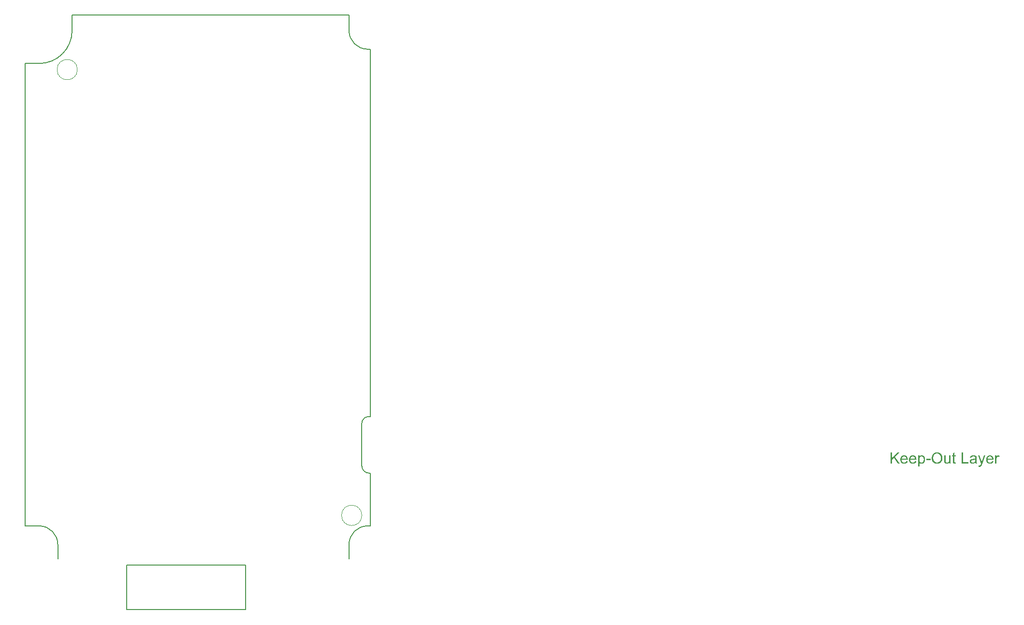
<source format=gko>
%FSLAX25Y25*%
%MOIN*%
G70*
G01*
G75*
G04 Layer_Color=16711935*
%ADD10R,0.05906X0.05118*%
%ADD11R,0.03000X0.13386*%
%ADD12C,0.01200*%
%ADD13C,0.02500*%
%ADD14C,0.05000*%
%ADD15C,0.17716*%
%ADD16C,0.08661*%
%ADD17C,0.05906*%
%ADD18C,0.10000*%
%ADD19C,0.07874*%
%ADD20C,0.07000*%
%ADD21R,0.07000X0.07000*%
%ADD22C,0.07874*%
%ADD23R,0.05906X0.05906*%
%ADD24R,0.07000X0.07000*%
%ADD25C,0.04724*%
%ADD26C,0.06000*%
%ADD27C,0.03150*%
%ADD28C,0.03937*%
%ADD29R,0.03937X0.11811*%
%ADD30R,0.02756X0.03937*%
%ADD31R,0.03600X0.03600*%
%ADD32R,0.05000X0.03600*%
%ADD33R,0.02362X0.03543*%
%ADD34R,0.03543X0.02362*%
%ADD35R,0.03937X0.04331*%
%ADD36R,0.09843X0.07087*%
%ADD37R,0.07087X0.09843*%
%ADD38R,0.06299X0.13780*%
%ADD39R,0.13780X0.06299*%
%ADD40R,0.03937X0.02362*%
%ADD41O,0.08858X0.01575*%
%ADD42R,0.06890X0.04921*%
%ADD43O,0.02165X0.06890*%
%ADD44O,0.06890X0.02165*%
%ADD45R,0.07087X0.03937*%
%ADD46R,0.04331X0.03937*%
%ADD47R,0.07874X0.03150*%
%ADD48R,0.03600X0.05000*%
%ADD49R,0.03600X0.03600*%
%ADD50R,0.02559X0.04331*%
%ADD51R,0.05315X0.01575*%
%ADD52R,0.06299X0.08268*%
%ADD53R,0.07480X0.07480*%
%ADD54R,0.21654X0.08465*%
%ADD55R,0.05000X0.02500*%
%ADD56R,0.10000X0.10512*%
%ADD57C,0.02000*%
%ADD58C,0.10000*%
%ADD59R,0.46850X0.13386*%
%ADD60R,0.24410X0.18504*%
%ADD61R,0.34646X0.04724*%
%ADD62R,0.25591X0.18110*%
%ADD63R,0.20079X0.05512*%
%ADD64R,0.10236X0.26378*%
%ADD65R,0.27559X0.20472*%
%ADD66R,0.27165X0.35433*%
%ADD67R,0.08661X0.04331*%
%ADD68R,0.09449X0.02362*%
%ADD69R,0.05118X0.07087*%
%ADD70R,0.03937X0.05118*%
%ADD71R,0.03937X0.03150*%
%ADD72R,0.07874X0.15748*%
%ADD73C,0.00965*%
%ADD74C,0.01000*%
%ADD75C,0.00500*%
%ADD76C,0.00700*%
%ADD77R,0.06706X0.05918*%
%ADD78R,0.03800X0.14186*%
%ADD79C,0.18517*%
%ADD80C,0.09461*%
%ADD81C,0.06706*%
%ADD82C,0.10800*%
%ADD83C,0.13874*%
%ADD84C,0.07800*%
%ADD85R,0.07800X0.07800*%
%ADD86C,0.08674*%
%ADD87R,0.06706X0.06706*%
%ADD88R,0.07800X0.07800*%
%ADD89C,0.05524*%
G04:AMPARAMS|DCode=90|XSize=8mil|YSize=8mil|CornerRadius=0mil|HoleSize=0mil|Usage=FLASHONLY|Rotation=90.000|XOffset=0mil|YOffset=0mil|HoleType=Round|Shape=RoundedRectangle|*
%AMROUNDEDRECTD90*
21,1,0.00800,0.00800,0,0,90.0*
21,1,0.00800,0.00800,0,0,90.0*
1,1,0.00000,0.00400,0.00400*
1,1,0.00000,0.00400,-0.00400*
1,1,0.00000,-0.00400,-0.00400*
1,1,0.00000,-0.00400,0.00400*
%
%ADD90ROUNDEDRECTD90*%
%ADD91C,0.06800*%
%ADD92R,0.04737X0.12611*%
%ADD93R,0.03556X0.04737*%
%ADD94R,0.04400X0.04400*%
%ADD95R,0.05800X0.04400*%
%ADD96R,0.03162X0.04343*%
%ADD97R,0.04343X0.03162*%
%ADD98R,0.04737X0.05131*%
%ADD99R,0.10642X0.07887*%
%ADD100R,0.07887X0.10642*%
%ADD101R,0.07099X0.14579*%
%ADD102R,0.14579X0.07099*%
%ADD103R,0.04737X0.03162*%
%ADD104O,0.09658X0.02375*%
%ADD105R,0.07690X0.05721*%
%ADD106O,0.02965X0.07690*%
%ADD107O,0.07690X0.02965*%
%ADD108R,0.07887X0.04737*%
%ADD109R,0.05131X0.04737*%
%ADD110R,0.08674X0.03950*%
%ADD111R,0.04400X0.05800*%
%ADD112R,0.04400X0.04400*%
%ADD113R,0.03359X0.05131*%
%ADD114R,0.06115X0.02375*%
%ADD115R,0.07099X0.09068*%
%ADD116R,0.08280X0.08280*%
%ADD117R,0.22453X0.09265*%
%ADD118R,0.05800X0.03300*%
%ADD119R,0.10800X0.11312*%
%ADD120R,0.08674X0.16548*%
%ADD121C,0.01500*%
%ADD122C,0.00787*%
%ADD123C,0.01575*%
%ADD124C,0.00984*%
%ADD125C,0.02362*%
%ADD126C,0.00492*%
%ADD127C,0.00200*%
%ADD128C,0.00394*%
%ADD129C,0.01181*%
%ADD130C,0.00800*%
%ADD131R,0.09449X0.03543*%
G36*
X646781Y66579D02*
X650569D01*
Y65668D01*
X645759D01*
Y73356D01*
X646781D01*
Y66579D01*
D02*
G37*
G36*
X640804Y71245D02*
X641759D01*
Y70512D01*
X640804D01*
Y67234D01*
Y67212D01*
Y67168D01*
Y67101D01*
X640815Y67023D01*
X640826Y66845D01*
X640837Y66768D01*
X640848Y66712D01*
X640859Y66690D01*
X640893Y66645D01*
X640937Y66590D01*
X641015Y66534D01*
X641037Y66523D01*
X641093Y66501D01*
X641193Y66479D01*
X641337Y66468D01*
X641448D01*
X641504Y66479D01*
X641581D01*
X641670Y66490D01*
X641759Y66501D01*
X641882Y65668D01*
X641859D01*
X641815Y65657D01*
X641737Y65646D01*
X641637Y65635D01*
X641526Y65612D01*
X641404Y65601D01*
X641159Y65590D01*
X641071D01*
X640982Y65601D01*
X640871Y65612D01*
X640737Y65623D01*
X640604Y65657D01*
X640482Y65690D01*
X640359Y65746D01*
X640348Y65757D01*
X640315Y65779D01*
X640271Y65812D01*
X640204Y65868D01*
X640148Y65923D01*
X640082Y66001D01*
X640015Y66079D01*
X639971Y66179D01*
Y66190D01*
X639948Y66234D01*
X639937Y66312D01*
X639915Y66423D01*
X639893Y66568D01*
X639882Y66657D01*
Y66757D01*
X639871Y66879D01*
X639859Y67001D01*
Y67134D01*
Y67290D01*
Y70512D01*
X639160D01*
Y71245D01*
X639859D01*
Y72623D01*
X640804Y73189D01*
Y71245D01*
D02*
G37*
G36*
X638226Y65668D02*
X637382D01*
Y66479D01*
X637371Y66468D01*
X637349Y66434D01*
X637315Y66390D01*
X637260Y66334D01*
X637193Y66268D01*
X637115Y66179D01*
X637027Y66101D01*
X636915Y66012D01*
X636793Y65923D01*
X636660Y65846D01*
X636515Y65768D01*
X636360Y65690D01*
X636182Y65635D01*
X636004Y65590D01*
X635804Y65557D01*
X635604Y65546D01*
X635527D01*
X635427Y65557D01*
X635304Y65568D01*
X635160Y65590D01*
X635004Y65623D01*
X634849Y65668D01*
X634682Y65734D01*
X634660Y65746D01*
X634616Y65768D01*
X634538Y65812D01*
X634449Y65868D01*
X634338Y65934D01*
X634238Y66012D01*
X634138Y66101D01*
X634049Y66201D01*
X634038Y66212D01*
X634016Y66257D01*
X633982Y66312D01*
X633938Y66401D01*
X633882Y66501D01*
X633838Y66623D01*
X633793Y66757D01*
X633760Y66901D01*
Y66912D01*
X633749Y66957D01*
X633738Y67023D01*
Y67112D01*
X633727Y67245D01*
X633716Y67390D01*
X633705Y67579D01*
Y67790D01*
Y71245D01*
X634649D01*
Y68145D01*
Y68134D01*
Y68112D01*
Y68079D01*
Y68023D01*
Y67901D01*
X634660Y67745D01*
Y67579D01*
X634671Y67412D01*
X634682Y67268D01*
X634704Y67145D01*
Y67134D01*
X634727Y67090D01*
X634749Y67023D01*
X634782Y66934D01*
X634838Y66845D01*
X634904Y66746D01*
X634982Y66657D01*
X635082Y66568D01*
X635093Y66557D01*
X635138Y66534D01*
X635193Y66501D01*
X635282Y66468D01*
X635382Y66423D01*
X635504Y66390D01*
X635638Y66368D01*
X635793Y66357D01*
X635871D01*
X635949Y66368D01*
X636049Y66379D01*
X636171Y66412D01*
X636304Y66445D01*
X636449Y66501D01*
X636593Y66568D01*
X636615Y66579D01*
X636660Y66612D01*
X636727Y66657D01*
X636804Y66723D01*
X636893Y66812D01*
X636982Y66912D01*
X637060Y67023D01*
X637126Y67156D01*
X637138Y67179D01*
X637149Y67223D01*
X637171Y67312D01*
X637204Y67434D01*
X637238Y67590D01*
X637260Y67779D01*
X637271Y68001D01*
X637282Y68256D01*
Y71245D01*
X638226D01*
Y65668D01*
D02*
G37*
G36*
X654258Y71356D02*
X654425Y71345D01*
X654614Y71323D01*
X654803Y71289D01*
X654991Y71245D01*
X655169Y71189D01*
X655191Y71178D01*
X655247Y71156D01*
X655325Y71123D01*
X655425Y71078D01*
X655536Y71012D01*
X655647Y70945D01*
X655747Y70856D01*
X655836Y70767D01*
X655847Y70756D01*
X655869Y70723D01*
X655902Y70667D01*
X655947Y70601D01*
X656002Y70501D01*
X656047Y70401D01*
X656091Y70278D01*
X656124Y70134D01*
Y70123D01*
X656136Y70090D01*
X656147Y70023D01*
X656158Y69934D01*
Y69812D01*
X656169Y69667D01*
X656180Y69478D01*
Y69267D01*
Y68001D01*
Y67990D01*
Y67945D01*
Y67879D01*
Y67790D01*
Y67690D01*
Y67568D01*
X656191Y67301D01*
Y67023D01*
X656202Y66746D01*
X656213Y66623D01*
Y66512D01*
X656224Y66412D01*
X656236Y66334D01*
Y66323D01*
X656247Y66279D01*
X656258Y66212D01*
X656291Y66123D01*
X656313Y66023D01*
X656358Y65912D01*
X656413Y65790D01*
X656469Y65668D01*
X655480D01*
X655469Y65679D01*
X655458Y65723D01*
X655436Y65779D01*
X655402Y65868D01*
X655369Y65968D01*
X655347Y66090D01*
X655325Y66223D01*
X655302Y66368D01*
X655291D01*
X655280Y66346D01*
X655213Y66290D01*
X655114Y66212D01*
X654980Y66112D01*
X654814Y66012D01*
X654647Y65901D01*
X654469Y65801D01*
X654280Y65723D01*
X654258Y65712D01*
X654191Y65701D01*
X654091Y65668D01*
X653969Y65635D01*
X653814Y65601D01*
X653636Y65579D01*
X653436Y65557D01*
X653236Y65546D01*
X653147D01*
X653080Y65557D01*
X653003D01*
X652914Y65568D01*
X652714Y65601D01*
X652492Y65657D01*
X652247Y65734D01*
X652025Y65846D01*
X651825Y65990D01*
X651803Y66012D01*
X651747Y66068D01*
X651669Y66168D01*
X651581Y66301D01*
X651492Y66468D01*
X651414Y66657D01*
X651358Y66890D01*
X651347Y67001D01*
X651336Y67134D01*
Y67156D01*
Y67201D01*
X651347Y67279D01*
X651358Y67379D01*
X651381Y67501D01*
X651414Y67623D01*
X651458Y67756D01*
X651514Y67879D01*
X651525Y67890D01*
X651547Y67934D01*
X651592Y68001D01*
X651647Y68079D01*
X651714Y68168D01*
X651803Y68256D01*
X651892Y68345D01*
X652003Y68423D01*
X652014Y68434D01*
X652058Y68456D01*
X652114Y68501D01*
X652203Y68545D01*
X652303Y68590D01*
X652425Y68645D01*
X652547Y68690D01*
X652692Y68734D01*
X652703D01*
X652747Y68745D01*
X652814Y68767D01*
X652903Y68779D01*
X653014Y68801D01*
X653158Y68823D01*
X653325Y68856D01*
X653525Y68879D01*
X653536D01*
X653580Y68890D01*
X653636D01*
X653714Y68901D01*
X653802Y68912D01*
X653914Y68934D01*
X654036Y68945D01*
X654169Y68967D01*
X654436Y69023D01*
X654725Y69078D01*
X654980Y69145D01*
X655102Y69178D01*
X655213Y69212D01*
Y69223D01*
Y69245D01*
X655225Y69312D01*
Y69390D01*
Y69434D01*
Y69456D01*
Y69467D01*
Y69478D01*
Y69545D01*
X655213Y69656D01*
X655191Y69779D01*
X655158Y69912D01*
X655102Y70045D01*
X655036Y70167D01*
X654947Y70267D01*
X654936Y70278D01*
X654880Y70323D01*
X654791Y70367D01*
X654680Y70434D01*
X654525Y70490D01*
X654347Y70545D01*
X654125Y70578D01*
X653869Y70590D01*
X653758D01*
X653647Y70578D01*
X653491Y70556D01*
X653336Y70534D01*
X653169Y70490D01*
X653014Y70434D01*
X652880Y70356D01*
X652869Y70345D01*
X652825Y70312D01*
X652769Y70256D01*
X652703Y70167D01*
X652636Y70056D01*
X652558Y69912D01*
X652492Y69734D01*
X652425Y69534D01*
X651503Y69656D01*
Y69667D01*
X651514Y69678D01*
Y69712D01*
X651525Y69756D01*
X651558Y69856D01*
X651603Y70001D01*
X651658Y70145D01*
X651725Y70301D01*
X651814Y70456D01*
X651914Y70601D01*
X651925Y70612D01*
X651969Y70656D01*
X652036Y70723D01*
X652125Y70812D01*
X652247Y70901D01*
X652392Y70990D01*
X652558Y71090D01*
X652747Y71167D01*
X652758D01*
X652769Y71178D01*
X652803Y71189D01*
X652847Y71201D01*
X652958Y71234D01*
X653114Y71267D01*
X653292Y71301D01*
X653514Y71334D01*
X653747Y71356D01*
X654014Y71367D01*
X654136D01*
X654258Y71356D01*
D02*
G37*
G36*
X606329D02*
X606418Y71345D01*
X606530Y71323D01*
X606652Y71301D01*
X606796Y71267D01*
X606929Y71234D01*
X607085Y71178D01*
X607229Y71123D01*
X607385Y71045D01*
X607541Y70956D01*
X607696Y70856D01*
X607840Y70734D01*
X607974Y70601D01*
X607985Y70590D01*
X608007Y70567D01*
X608041Y70523D01*
X608085Y70456D01*
X608140Y70378D01*
X608196Y70289D01*
X608263Y70178D01*
X608329Y70045D01*
X608396Y69901D01*
X608463Y69745D01*
X608518Y69567D01*
X608574Y69379D01*
X608618Y69167D01*
X608651Y68945D01*
X608674Y68712D01*
X608685Y68456D01*
Y68445D01*
Y68401D01*
Y68323D01*
X608674Y68212D01*
X604507D01*
Y68201D01*
Y68168D01*
X604519Y68123D01*
Y68056D01*
X604530Y67979D01*
X604552Y67890D01*
X604585Y67690D01*
X604652Y67468D01*
X604741Y67223D01*
X604863Y67001D01*
X605019Y66801D01*
X605030D01*
X605041Y66779D01*
X605107Y66723D01*
X605207Y66645D01*
X605341Y66568D01*
X605518Y66479D01*
X605719Y66401D01*
X605941Y66346D01*
X606063Y66334D01*
X606196Y66323D01*
X606285D01*
X606385Y66334D01*
X606507Y66357D01*
X606641Y66390D01*
X606796Y66434D01*
X606941Y66501D01*
X607085Y66590D01*
X607096Y66601D01*
X607152Y66645D01*
X607218Y66712D01*
X607296Y66801D01*
X607385Y66923D01*
X607485Y67079D01*
X607585Y67256D01*
X607674Y67468D01*
X608651Y67345D01*
Y67334D01*
X608640Y67312D01*
X608629Y67268D01*
X608607Y67201D01*
X608574Y67134D01*
X608540Y67045D01*
X608452Y66857D01*
X608340Y66645D01*
X608185Y66423D01*
X608007Y66212D01*
X607785Y66012D01*
X607774D01*
X607752Y65990D01*
X607718Y65968D01*
X607674Y65934D01*
X607607Y65901D01*
X607541Y65868D01*
X607452Y65823D01*
X607352Y65779D01*
X607240Y65734D01*
X607129Y65690D01*
X606852Y65623D01*
X606541Y65568D01*
X606196Y65546D01*
X606074D01*
X605996Y65557D01*
X605896Y65568D01*
X605774Y65590D01*
X605641Y65612D01*
X605496Y65635D01*
X605185Y65723D01*
X605019Y65790D01*
X604863Y65857D01*
X604696Y65946D01*
X604541Y66045D01*
X604396Y66157D01*
X604252Y66290D01*
X604241Y66301D01*
X604219Y66323D01*
X604185Y66368D01*
X604141Y66434D01*
X604085Y66512D01*
X604030Y66601D01*
X603963Y66712D01*
X603896Y66834D01*
X603830Y66979D01*
X603763Y67134D01*
X603708Y67312D01*
X603652Y67501D01*
X603608Y67701D01*
X603574Y67923D01*
X603552Y68156D01*
X603541Y68401D01*
Y68412D01*
Y68467D01*
Y68534D01*
X603552Y68634D01*
X603563Y68756D01*
X603574Y68890D01*
X603596Y69045D01*
X603630Y69201D01*
X603719Y69556D01*
X603774Y69734D01*
X603841Y69923D01*
X603930Y70101D01*
X604030Y70267D01*
X604141Y70434D01*
X604263Y70590D01*
X604274Y70601D01*
X604296Y70623D01*
X604341Y70656D01*
X604396Y70712D01*
X604463Y70767D01*
X604552Y70834D01*
X604652Y70912D01*
X604774Y70978D01*
X604896Y71056D01*
X605041Y71123D01*
X605196Y71189D01*
X605363Y71245D01*
X605541Y71301D01*
X605730Y71334D01*
X605930Y71356D01*
X606141Y71367D01*
X606252D01*
X606329Y71356D01*
D02*
G37*
G36*
X629038Y73478D02*
X629138D01*
X629238Y73467D01*
X629372Y73445D01*
X629505Y73423D01*
X629794Y73367D01*
X630127Y73278D01*
X630449Y73145D01*
X630616Y73067D01*
X630783Y72978D01*
X630794Y72967D01*
X630816Y72956D01*
X630860Y72923D01*
X630927Y72889D01*
X630994Y72834D01*
X631083Y72767D01*
X631272Y72611D01*
X631471Y72412D01*
X631694Y72167D01*
X631905Y71878D01*
X632083Y71556D01*
Y71545D01*
X632105Y71512D01*
X632127Y71467D01*
X632149Y71400D01*
X632194Y71312D01*
X632227Y71212D01*
X632271Y71090D01*
X632316Y70956D01*
X632349Y70812D01*
X632394Y70656D01*
X632438Y70478D01*
X632471Y70301D01*
X632516Y69912D01*
X632538Y69490D01*
Y69478D01*
Y69434D01*
Y69379D01*
X632527Y69290D01*
Y69190D01*
X632516Y69067D01*
X632494Y68934D01*
X632482Y68790D01*
X632427Y68467D01*
X632338Y68112D01*
X632216Y67756D01*
X632149Y67579D01*
X632060Y67401D01*
Y67390D01*
X632038Y67356D01*
X632016Y67312D01*
X631971Y67245D01*
X631927Y67168D01*
X631871Y67090D01*
X631716Y66879D01*
X631527Y66657D01*
X631305Y66423D01*
X631038Y66201D01*
X630727Y66001D01*
X630716D01*
X630694Y65979D01*
X630638Y65957D01*
X630572Y65923D01*
X630494Y65890D01*
X630405Y65857D01*
X630294Y65812D01*
X630172Y65768D01*
X630038Y65723D01*
X629894Y65679D01*
X629572Y65612D01*
X629227Y65557D01*
X628861Y65535D01*
X628750D01*
X628683Y65546D01*
X628583D01*
X628472Y65568D01*
X628349Y65579D01*
X628205Y65601D01*
X627905Y65668D01*
X627583Y65757D01*
X627250Y65890D01*
X627083Y65968D01*
X626916Y66057D01*
X626905Y66068D01*
X626883Y66079D01*
X626839Y66112D01*
X626772Y66157D01*
X626705Y66201D01*
X626627Y66268D01*
X626439Y66434D01*
X626228Y66634D01*
X626005Y66879D01*
X625805Y67156D01*
X625617Y67479D01*
Y67490D01*
X625594Y67523D01*
X625572Y67568D01*
X625550Y67634D01*
X625517Y67723D01*
X625483Y67823D01*
X625439Y67934D01*
X625405Y68056D01*
X625361Y68201D01*
X625316Y68345D01*
X625250Y68679D01*
X625205Y69023D01*
X625183Y69401D01*
Y69412D01*
Y69423D01*
Y69490D01*
X625194Y69590D01*
Y69723D01*
X625216Y69879D01*
X625239Y70067D01*
X625272Y70278D01*
X625316Y70501D01*
X625361Y70734D01*
X625428Y70978D01*
X625517Y71223D01*
X625617Y71478D01*
X625728Y71723D01*
X625872Y71967D01*
X626027Y72189D01*
X626205Y72400D01*
X626216Y72412D01*
X626250Y72445D01*
X626316Y72500D01*
X626394Y72567D01*
X626494Y72656D01*
X626616Y72745D01*
X626761Y72845D01*
X626928Y72945D01*
X627105Y73045D01*
X627305Y73145D01*
X627527Y73234D01*
X627761Y73323D01*
X628016Y73389D01*
X628283Y73445D01*
X628561Y73478D01*
X628861Y73489D01*
X628961D01*
X629038Y73478D01*
D02*
G37*
G36*
X665479Y71356D02*
X665568Y71345D01*
X665679Y71323D01*
X665801Y71301D01*
X665946Y71267D01*
X666079Y71234D01*
X666235Y71178D01*
X666379Y71123D01*
X666535Y71045D01*
X666690Y70956D01*
X666846Y70856D01*
X666990Y70734D01*
X667123Y70601D01*
X667135Y70590D01*
X667157Y70567D01*
X667190Y70523D01*
X667235Y70456D01*
X667290Y70378D01*
X667346Y70289D01*
X667412Y70178D01*
X667479Y70045D01*
X667546Y69901D01*
X667612Y69745D01*
X667668Y69567D01*
X667723Y69379D01*
X667768Y69167D01*
X667801Y68945D01*
X667823Y68712D01*
X667835Y68456D01*
Y68445D01*
Y68401D01*
Y68323D01*
X667823Y68212D01*
X663657D01*
Y68201D01*
Y68168D01*
X663668Y68123D01*
Y68056D01*
X663679Y67979D01*
X663702Y67890D01*
X663735Y67690D01*
X663802Y67468D01*
X663890Y67223D01*
X664013Y67001D01*
X664168Y66801D01*
X664179D01*
X664190Y66779D01*
X664257Y66723D01*
X664357Y66645D01*
X664490Y66568D01*
X664668Y66479D01*
X664868Y66401D01*
X665090Y66346D01*
X665212Y66334D01*
X665346Y66323D01*
X665435D01*
X665535Y66334D01*
X665657Y66357D01*
X665790Y66390D01*
X665946Y66434D01*
X666090Y66501D01*
X666235Y66590D01*
X666246Y66601D01*
X666301Y66645D01*
X666368Y66712D01*
X666446Y66801D01*
X666535Y66923D01*
X666635Y67079D01*
X666735Y67256D01*
X666823Y67468D01*
X667801Y67345D01*
Y67334D01*
X667790Y67312D01*
X667779Y67268D01*
X667757Y67201D01*
X667723Y67134D01*
X667690Y67045D01*
X667601Y66857D01*
X667490Y66645D01*
X667335Y66423D01*
X667157Y66212D01*
X666935Y66012D01*
X666924D01*
X666901Y65990D01*
X666868Y65968D01*
X666823Y65934D01*
X666757Y65901D01*
X666690Y65868D01*
X666601Y65823D01*
X666501Y65779D01*
X666390Y65734D01*
X666279Y65690D01*
X666001Y65623D01*
X665690Y65568D01*
X665346Y65546D01*
X665224D01*
X665146Y65557D01*
X665046Y65568D01*
X664924Y65590D01*
X664790Y65612D01*
X664646Y65635D01*
X664335Y65723D01*
X664168Y65790D01*
X664013Y65857D01*
X663846Y65946D01*
X663690Y66045D01*
X663546Y66157D01*
X663402Y66290D01*
X663390Y66301D01*
X663368Y66323D01*
X663335Y66368D01*
X663291Y66434D01*
X663235Y66512D01*
X663179Y66601D01*
X663113Y66712D01*
X663046Y66834D01*
X662979Y66979D01*
X662913Y67134D01*
X662857Y67312D01*
X662802Y67501D01*
X662757Y67701D01*
X662724Y67923D01*
X662702Y68156D01*
X662690Y68401D01*
Y68412D01*
Y68467D01*
Y68534D01*
X662702Y68634D01*
X662713Y68756D01*
X662724Y68890D01*
X662746Y69045D01*
X662779Y69201D01*
X662868Y69556D01*
X662924Y69734D01*
X662991Y69923D01*
X663079Y70101D01*
X663179Y70267D01*
X663291Y70434D01*
X663413Y70590D01*
X663424Y70601D01*
X663446Y70623D01*
X663490Y70656D01*
X663546Y70712D01*
X663613Y70767D01*
X663702Y70834D01*
X663802Y70912D01*
X663924Y70978D01*
X664046Y71056D01*
X664190Y71123D01*
X664346Y71189D01*
X664513Y71245D01*
X664690Y71301D01*
X664879Y71334D01*
X665079Y71356D01*
X665290Y71367D01*
X665401D01*
X665479Y71356D01*
D02*
G37*
G36*
X612307D02*
X612396Y71345D01*
X612507Y71323D01*
X612629Y71301D01*
X612773Y71267D01*
X612907Y71234D01*
X613062Y71178D01*
X613207Y71123D01*
X613362Y71045D01*
X613518Y70956D01*
X613673Y70856D01*
X613818Y70734D01*
X613951Y70601D01*
X613962Y70590D01*
X613984Y70567D01*
X614018Y70523D01*
X614062Y70456D01*
X614118Y70378D01*
X614173Y70289D01*
X614240Y70178D01*
X614306Y70045D01*
X614373Y69901D01*
X614440Y69745D01*
X614495Y69567D01*
X614551Y69379D01*
X614595Y69167D01*
X614629Y68945D01*
X614651Y68712D01*
X614662Y68456D01*
Y68445D01*
Y68401D01*
Y68323D01*
X614651Y68212D01*
X610485D01*
Y68201D01*
Y68168D01*
X610496Y68123D01*
Y68056D01*
X610507Y67979D01*
X610529Y67890D01*
X610562Y67690D01*
X610629Y67468D01*
X610718Y67223D01*
X610840Y67001D01*
X610996Y66801D01*
X611007D01*
X611018Y66779D01*
X611085Y66723D01*
X611185Y66645D01*
X611318Y66568D01*
X611496Y66479D01*
X611696Y66401D01*
X611918Y66346D01*
X612040Y66334D01*
X612173Y66323D01*
X612262D01*
X612362Y66334D01*
X612485Y66357D01*
X612618Y66390D01*
X612773Y66434D01*
X612918Y66501D01*
X613062Y66590D01*
X613073Y66601D01*
X613129Y66645D01*
X613196Y66712D01*
X613273Y66801D01*
X613362Y66923D01*
X613462Y67079D01*
X613562Y67256D01*
X613651Y67468D01*
X614629Y67345D01*
Y67334D01*
X614618Y67312D01*
X614607Y67268D01*
X614584Y67201D01*
X614551Y67134D01*
X614518Y67045D01*
X614429Y66857D01*
X614318Y66645D01*
X614162Y66423D01*
X613984Y66212D01*
X613762Y66012D01*
X613751D01*
X613729Y65990D01*
X613695Y65968D01*
X613651Y65934D01*
X613584Y65901D01*
X613518Y65868D01*
X613429Y65823D01*
X613329Y65779D01*
X613218Y65734D01*
X613107Y65690D01*
X612829Y65623D01*
X612518Y65568D01*
X612173Y65546D01*
X612051D01*
X611973Y65557D01*
X611873Y65568D01*
X611751Y65590D01*
X611618Y65612D01*
X611473Y65635D01*
X611162Y65723D01*
X610996Y65790D01*
X610840Y65857D01*
X610674Y65946D01*
X610518Y66045D01*
X610374Y66157D01*
X610229Y66290D01*
X610218Y66301D01*
X610196Y66323D01*
X610162Y66368D01*
X610118Y66434D01*
X610063Y66512D01*
X610007Y66601D01*
X609940Y66712D01*
X609874Y66834D01*
X609807Y66979D01*
X609740Y67134D01*
X609685Y67312D01*
X609629Y67501D01*
X609585Y67701D01*
X609551Y67923D01*
X609529Y68156D01*
X609518Y68401D01*
Y68412D01*
Y68467D01*
Y68534D01*
X609529Y68634D01*
X609540Y68756D01*
X609551Y68890D01*
X609574Y69045D01*
X609607Y69201D01*
X609696Y69556D01*
X609751Y69734D01*
X609818Y69923D01*
X609907Y70101D01*
X610007Y70267D01*
X610118Y70434D01*
X610240Y70590D01*
X610251Y70601D01*
X610274Y70623D01*
X610318Y70656D01*
X610374Y70712D01*
X610440Y70767D01*
X610529Y70834D01*
X610629Y70912D01*
X610751Y70978D01*
X610874Y71056D01*
X611018Y71123D01*
X611173Y71189D01*
X611340Y71245D01*
X611518Y71301D01*
X611707Y71334D01*
X611907Y71356D01*
X612118Y71367D01*
X612229D01*
X612307Y71356D01*
D02*
G37*
G36*
X599763Y70234D02*
X603130Y65668D01*
X601786D01*
X599052Y69545D01*
X597797Y68334D01*
Y65668D01*
X596775D01*
Y73356D01*
X597797D01*
Y69534D01*
X601597Y73356D01*
X602985D01*
X599763Y70234D01*
D02*
G37*
G36*
X624339Y67979D02*
X621417D01*
Y68923D01*
X624339D01*
Y67979D01*
D02*
G37*
G36*
X671212Y71356D02*
X671334Y71334D01*
X671479Y71289D01*
X671634Y71234D01*
X671812Y71156D01*
X672001Y71056D01*
X671656Y70189D01*
X671645Y70201D01*
X671601Y70223D01*
X671534Y70256D01*
X671445Y70289D01*
X671345Y70323D01*
X671223Y70356D01*
X671101Y70378D01*
X670979Y70389D01*
X670923D01*
X670867Y70378D01*
X670790Y70367D01*
X670712Y70345D01*
X670612Y70312D01*
X670512Y70267D01*
X670423Y70201D01*
X670412Y70189D01*
X670379Y70167D01*
X670345Y70123D01*
X670290Y70067D01*
X670234Y69990D01*
X670179Y69901D01*
X670123Y69801D01*
X670079Y69678D01*
X670068Y69656D01*
X670056Y69590D01*
X670034Y69490D01*
X670001Y69356D01*
X669968Y69190D01*
X669945Y69001D01*
X669934Y68801D01*
X669923Y68579D01*
Y65668D01*
X668979D01*
Y71245D01*
X669834D01*
Y70401D01*
X669845Y70412D01*
X669890Y70490D01*
X669945Y70590D01*
X670034Y70712D01*
X670123Y70834D01*
X670223Y70967D01*
X670323Y71078D01*
X670423Y71167D01*
X670434Y71178D01*
X670468Y71201D01*
X670534Y71234D01*
X670601Y71267D01*
X670690Y71301D01*
X670801Y71334D01*
X670912Y71356D01*
X671034Y71367D01*
X671112D01*
X671212Y71356D01*
D02*
G37*
G36*
X618462D02*
X618539Y71345D01*
X618706Y71323D01*
X618906Y71278D01*
X619117Y71212D01*
X619328Y71112D01*
X619539Y70990D01*
X619550D01*
X619561Y70967D01*
X619628Y70923D01*
X619728Y70834D01*
X619850Y70723D01*
X619984Y70578D01*
X620117Y70401D01*
X620250Y70189D01*
X620361Y69956D01*
Y69945D01*
X620373Y69923D01*
X620384Y69890D01*
X620406Y69845D01*
X620428Y69779D01*
X620450Y69701D01*
X620506Y69523D01*
X620561Y69301D01*
X620606Y69056D01*
X620639Y68779D01*
X620650Y68490D01*
Y68479D01*
Y68456D01*
Y68412D01*
Y68345D01*
X620639Y68268D01*
Y68179D01*
X620617Y67979D01*
X620573Y67734D01*
X620517Y67479D01*
X620439Y67212D01*
X620339Y66945D01*
Y66934D01*
X620328Y66912D01*
X620306Y66879D01*
X620284Y66834D01*
X620206Y66712D01*
X620106Y66557D01*
X619984Y66390D01*
X619828Y66223D01*
X619650Y66057D01*
X619439Y65901D01*
X619428D01*
X619417Y65890D01*
X619384Y65868D01*
X619339Y65846D01*
X619228Y65790D01*
X619073Y65723D01*
X618884Y65657D01*
X618684Y65601D01*
X618450Y65557D01*
X618217Y65546D01*
X618140D01*
X618051Y65557D01*
X617940Y65568D01*
X617806Y65590D01*
X617662Y65623D01*
X617517Y65668D01*
X617373Y65734D01*
X617362Y65746D01*
X617306Y65768D01*
X617240Y65812D01*
X617151Y65879D01*
X617062Y65946D01*
X616951Y66034D01*
X616851Y66134D01*
X616762Y66246D01*
Y63535D01*
X615817D01*
Y71245D01*
X616673D01*
Y70512D01*
X616684Y70534D01*
X616728Y70578D01*
X616784Y70656D01*
X616873Y70745D01*
X616973Y70856D01*
X617084Y70956D01*
X617217Y71056D01*
X617351Y71145D01*
X617373Y71156D01*
X617417Y71178D01*
X617506Y71212D01*
X617617Y71256D01*
X617751Y71301D01*
X617906Y71334D01*
X618084Y71356D01*
X618284Y71367D01*
X618406D01*
X618462Y71356D01*
D02*
G37*
G36*
X660080Y65579D02*
Y65568D01*
X660069Y65535D01*
X660046Y65490D01*
X660024Y65434D01*
X659991Y65357D01*
X659958Y65268D01*
X659880Y65079D01*
X659802Y64868D01*
X659713Y64657D01*
X659624Y64468D01*
X659580Y64390D01*
X659546Y64312D01*
X659535Y64290D01*
X659502Y64235D01*
X659446Y64157D01*
X659380Y64057D01*
X659291Y63946D01*
X659191Y63835D01*
X659091Y63723D01*
X658969Y63635D01*
X658958Y63623D01*
X658913Y63601D01*
X658847Y63568D01*
X658746Y63524D01*
X658635Y63479D01*
X658502Y63446D01*
X658358Y63424D01*
X658191Y63412D01*
X658147D01*
X658091Y63424D01*
X658013D01*
X657924Y63446D01*
X657824Y63468D01*
X657713Y63490D01*
X657591Y63535D01*
X657491Y64412D01*
X657502D01*
X657547Y64401D01*
X657602Y64390D01*
X657669Y64368D01*
X657847Y64335D01*
X658024Y64324D01*
X658080D01*
X658136Y64335D01*
X658202D01*
X658369Y64368D01*
X658447Y64401D01*
X658524Y64435D01*
X658535D01*
X658558Y64457D01*
X658591Y64479D01*
X658635Y64512D01*
X658735Y64601D01*
X658824Y64723D01*
Y64735D01*
X658847Y64757D01*
X658869Y64801D01*
X658891Y64868D01*
X658935Y64957D01*
X658980Y65090D01*
X659047Y65246D01*
X659113Y65434D01*
Y65446D01*
X659135Y65490D01*
X659158Y65568D01*
X659202Y65668D01*
X657091Y71245D01*
X658091D01*
X659258Y68012D01*
Y68001D01*
X659269Y67990D01*
X659280Y67956D01*
X659291Y67901D01*
X659313Y67845D01*
X659335Y67779D01*
X659391Y67623D01*
X659457Y67434D01*
X659524Y67212D01*
X659591Y66979D01*
X659657Y66723D01*
Y66734D01*
X659669Y66757D01*
X659680Y66790D01*
X659691Y66834D01*
X659702Y66890D01*
X659724Y66957D01*
X659769Y67123D01*
X659824Y67312D01*
X659902Y67534D01*
X659969Y67756D01*
X660057Y67990D01*
X661257Y71245D01*
X662202D01*
X660080Y65579D01*
D02*
G37*
%LPC*%
G36*
X665301Y70590D02*
X665235D01*
X665190Y70578D01*
X665068Y70567D01*
X664924Y70534D01*
X664746Y70478D01*
X664557Y70401D01*
X664379Y70289D01*
X664201Y70145D01*
X664179Y70123D01*
X664135Y70067D01*
X664057Y69967D01*
X663979Y69834D01*
X663890Y69678D01*
X663813Y69478D01*
X663746Y69245D01*
X663713Y68990D01*
X666835D01*
Y69001D01*
Y69023D01*
X666823Y69056D01*
Y69101D01*
X666801Y69234D01*
X666768Y69379D01*
X666712Y69556D01*
X666657Y69723D01*
X666568Y69890D01*
X666468Y70034D01*
Y70045D01*
X666446Y70056D01*
X666390Y70123D01*
X666290Y70212D01*
X666157Y70312D01*
X665990Y70412D01*
X665790Y70501D01*
X665557Y70567D01*
X665435Y70578D01*
X665301Y70590D01*
D02*
G37*
G36*
X612129D02*
X612062D01*
X612018Y70578D01*
X611896Y70567D01*
X611751Y70534D01*
X611573Y70478D01*
X611385Y70401D01*
X611207Y70289D01*
X611029Y70145D01*
X611007Y70123D01*
X610962Y70067D01*
X610885Y69967D01*
X610807Y69834D01*
X610718Y69678D01*
X610640Y69478D01*
X610573Y69245D01*
X610540Y68990D01*
X613662D01*
Y69001D01*
Y69023D01*
X613651Y69056D01*
Y69101D01*
X613629Y69234D01*
X613595Y69379D01*
X613540Y69556D01*
X613484Y69723D01*
X613396Y69890D01*
X613296Y70034D01*
Y70045D01*
X613273Y70056D01*
X613218Y70123D01*
X613118Y70212D01*
X612984Y70312D01*
X612818Y70412D01*
X612618Y70501D01*
X612385Y70567D01*
X612262Y70578D01*
X612129Y70590D01*
D02*
G37*
G36*
X618195Y70623D02*
X618140D01*
X618095Y70612D01*
X617984Y70590D01*
X617839Y70556D01*
X617673Y70490D01*
X617495Y70389D01*
X617395Y70323D01*
X617306Y70245D01*
X617217Y70156D01*
X617128Y70056D01*
Y70045D01*
X617106Y70034D01*
X617084Y70001D01*
X617062Y69956D01*
X617028Y69890D01*
X616984Y69823D01*
X616940Y69734D01*
X616906Y69645D01*
X616862Y69534D01*
X616817Y69412D01*
X616784Y69279D01*
X616740Y69134D01*
X616717Y68967D01*
X616695Y68801D01*
X616673Y68623D01*
Y68423D01*
Y68412D01*
Y68379D01*
Y68323D01*
X616684Y68245D01*
Y68156D01*
X616695Y68056D01*
X616728Y67823D01*
X616784Y67557D01*
X616851Y67301D01*
X616962Y67045D01*
X617028Y66934D01*
X617106Y66834D01*
X617128Y66812D01*
X617184Y66757D01*
X617273Y66668D01*
X617395Y66579D01*
X617551Y66490D01*
X617728Y66401D01*
X617928Y66346D01*
X618040Y66334D01*
X618151Y66323D01*
X618217D01*
X618262Y66334D01*
X618373Y66357D01*
X618528Y66390D01*
X618695Y66457D01*
X618873Y66545D01*
X619051Y66679D01*
X619139Y66757D01*
X619228Y66845D01*
Y66857D01*
X619250Y66868D01*
X619273Y66901D01*
X619295Y66945D01*
X619339Y67001D01*
X619373Y67079D01*
X619417Y67156D01*
X619461Y67256D01*
X619495Y67356D01*
X619539Y67490D01*
X619584Y67623D01*
X619617Y67768D01*
X619639Y67934D01*
X619662Y68112D01*
X619684Y68301D01*
Y68501D01*
Y68512D01*
Y68545D01*
Y68601D01*
X619673Y68679D01*
Y68767D01*
X619662Y68867D01*
X619628Y69101D01*
X619573Y69356D01*
X619495Y69612D01*
X619384Y69867D01*
X619317Y69990D01*
X619239Y70090D01*
Y70101D01*
X619217Y70112D01*
X619162Y70178D01*
X619073Y70256D01*
X618951Y70356D01*
X618795Y70456D01*
X618617Y70545D01*
X618417Y70601D01*
X618306Y70612D01*
X618195Y70623D01*
D02*
G37*
G36*
X628861Y72611D02*
X628761D01*
X628683Y72600D01*
X628583Y72589D01*
X628483Y72567D01*
X628361Y72545D01*
X628227Y72523D01*
X627939Y72434D01*
X627783Y72367D01*
X627627Y72300D01*
X627461Y72212D01*
X627305Y72112D01*
X627150Y72000D01*
X627005Y71867D01*
X626994Y71856D01*
X626972Y71834D01*
X626939Y71789D01*
X626883Y71723D01*
X626827Y71645D01*
X626761Y71545D01*
X626694Y71423D01*
X626616Y71278D01*
X626550Y71123D01*
X626472Y70934D01*
X626405Y70734D01*
X626350Y70512D01*
X626294Y70267D01*
X626261Y69990D01*
X626239Y69701D01*
X626228Y69390D01*
Y69379D01*
Y69334D01*
Y69256D01*
X626239Y69156D01*
X626250Y69045D01*
X626272Y68912D01*
X626294Y68756D01*
X626316Y68601D01*
X626405Y68245D01*
X626472Y68068D01*
X626539Y67879D01*
X626627Y67701D01*
X626727Y67523D01*
X626839Y67356D01*
X626972Y67201D01*
X626983Y67190D01*
X627005Y67168D01*
X627050Y67123D01*
X627105Y67079D01*
X627183Y67012D01*
X627272Y66945D01*
X627372Y66879D01*
X627483Y66801D01*
X627616Y66723D01*
X627761Y66657D01*
X627916Y66590D01*
X628083Y66523D01*
X628261Y66479D01*
X628438Y66434D01*
X628638Y66412D01*
X628850Y66401D01*
X628905D01*
X628961Y66412D01*
X629038D01*
X629138Y66423D01*
X629249Y66445D01*
X629383Y66468D01*
X629516Y66501D01*
X629672Y66545D01*
X629816Y66601D01*
X629983Y66657D01*
X630138Y66734D01*
X630294Y66834D01*
X630449Y66934D01*
X630605Y67057D01*
X630749Y67201D01*
X630760Y67212D01*
X630783Y67234D01*
X630816Y67290D01*
X630871Y67356D01*
X630927Y67434D01*
X630983Y67534D01*
X631049Y67656D01*
X631127Y67790D01*
X631194Y67945D01*
X631260Y68123D01*
X631316Y68312D01*
X631383Y68512D01*
X631427Y68734D01*
X631460Y68979D01*
X631483Y69234D01*
X631494Y69501D01*
Y69512D01*
Y69545D01*
Y69590D01*
Y69656D01*
X631483Y69734D01*
Y69834D01*
X631471Y69934D01*
X631449Y70056D01*
X631416Y70312D01*
X631360Y70578D01*
X631283Y70867D01*
X631172Y71134D01*
Y71145D01*
X631160Y71167D01*
X631138Y71201D01*
X631116Y71245D01*
X631038Y71378D01*
X630938Y71534D01*
X630805Y71712D01*
X630638Y71889D01*
X630449Y72067D01*
X630238Y72223D01*
X630227D01*
X630216Y72245D01*
X630183Y72256D01*
X630127Y72289D01*
X630072Y72312D01*
X630005Y72345D01*
X629838Y72423D01*
X629638Y72489D01*
X629405Y72556D01*
X629138Y72600D01*
X628861Y72611D01*
D02*
G37*
G36*
X606152Y70590D02*
X606085D01*
X606041Y70578D01*
X605919Y70567D01*
X605774Y70534D01*
X605596Y70478D01*
X605407Y70401D01*
X605230Y70289D01*
X605052Y70145D01*
X605030Y70123D01*
X604985Y70067D01*
X604907Y69967D01*
X604830Y69834D01*
X604741Y69678D01*
X604663Y69478D01*
X604596Y69245D01*
X604563Y68990D01*
X607685D01*
Y69001D01*
Y69023D01*
X607674Y69056D01*
Y69101D01*
X607652Y69234D01*
X607618Y69379D01*
X607563Y69556D01*
X607507Y69723D01*
X607418Y69890D01*
X607318Y70034D01*
Y70045D01*
X607296Y70056D01*
X607240Y70123D01*
X607140Y70212D01*
X607007Y70312D01*
X606841Y70412D01*
X606641Y70501D01*
X606407Y70567D01*
X606285Y70578D01*
X606152Y70590D01*
D02*
G37*
G36*
X655225Y68467D02*
X655213D01*
X655202Y68456D01*
X655169Y68445D01*
X655125Y68434D01*
X655069Y68412D01*
X655002Y68390D01*
X654925Y68367D01*
X654836Y68345D01*
X654736Y68312D01*
X654614Y68290D01*
X654491Y68256D01*
X654347Y68223D01*
X654191Y68190D01*
X654036Y68156D01*
X653858Y68134D01*
X653669Y68101D01*
X653647D01*
X653580Y68090D01*
X653469Y68068D01*
X653347Y68045D01*
X653214Y68023D01*
X653080Y67990D01*
X652958Y67956D01*
X652847Y67912D01*
X652836D01*
X652803Y67890D01*
X652758Y67868D01*
X652714Y67834D01*
X652580Y67745D01*
X652469Y67612D01*
Y67601D01*
X652447Y67579D01*
X652436Y67534D01*
X652414Y67479D01*
X652392Y67412D01*
X652369Y67345D01*
X652358Y67256D01*
X652347Y67168D01*
Y67156D01*
Y67101D01*
X652358Y67034D01*
X652381Y66945D01*
X652414Y66845D01*
X652469Y66746D01*
X652536Y66634D01*
X652625Y66534D01*
X652636Y66523D01*
X652680Y66501D01*
X652747Y66457D01*
X652836Y66412D01*
X652958Y66368D01*
X653103Y66323D01*
X653269Y66301D01*
X653469Y66290D01*
X653558D01*
X653669Y66301D01*
X653791Y66323D01*
X653947Y66346D01*
X654103Y66390D01*
X654269Y66445D01*
X654436Y66523D01*
X654458Y66534D01*
X654502Y66568D01*
X654580Y66623D01*
X654669Y66701D01*
X654769Y66790D01*
X654880Y66901D01*
X654969Y67034D01*
X655058Y67179D01*
X655069Y67190D01*
X655080Y67234D01*
X655102Y67312D01*
X655136Y67412D01*
X655169Y67545D01*
X655191Y67701D01*
X655202Y67890D01*
X655213Y68112D01*
X655225Y68467D01*
D02*
G37*
%LPD*%
D122*
X232283Y64055D02*
G03*
X237283Y59055I5000J0D01*
G01*
X236890Y98032D02*
G03*
X232283Y93425I0J-4606D01*
G01*
X22659Y9871D02*
G03*
X9863Y22666I-12795J0D01*
G01*
Y341564D02*
G03*
X32501Y364202I0J22638D01*
G01*
X223446D02*
G03*
X236241Y351407I12795J0D01*
G01*
Y22666D02*
G03*
X223446Y9871I0J-12795D01*
G01*
X232283Y66929D02*
Y93425D01*
Y64055D02*
Y66929D01*
X237283Y59055D02*
X238210D01*
X236890Y98032D02*
X238210D01*
X70298Y-4304D02*
X152185D01*
Y-35009D02*
Y-4304D01*
X70298Y-35009D02*
X152185D01*
X70298D02*
Y-4304D01*
X22659Y28D02*
Y9871D01*
X9863Y22666D02*
Y22666D01*
X21D02*
X9863D01*
X21D02*
Y341564D01*
X9863D01*
Y341564D02*
Y341564D01*
X32501Y364202D02*
X32501Y364202D01*
X32501Y364202D02*
Y374832D01*
X223446D01*
Y364202D02*
Y374832D01*
X236241Y351407D02*
Y351407D01*
Y351407D02*
X238210D01*
X236241Y22666D02*
Y22666D01*
X223446Y28D02*
Y9871D01*
X236241Y22666D02*
X238210D01*
Y98032D02*
Y351407D01*
Y22666D02*
Y59055D01*
D128*
X36144Y337327D02*
G03*
X36144Y337327I-7000J0D01*
G01*
X232273Y29943D02*
G03*
X232273Y29943I-7000J0D01*
G01*
M02*

</source>
